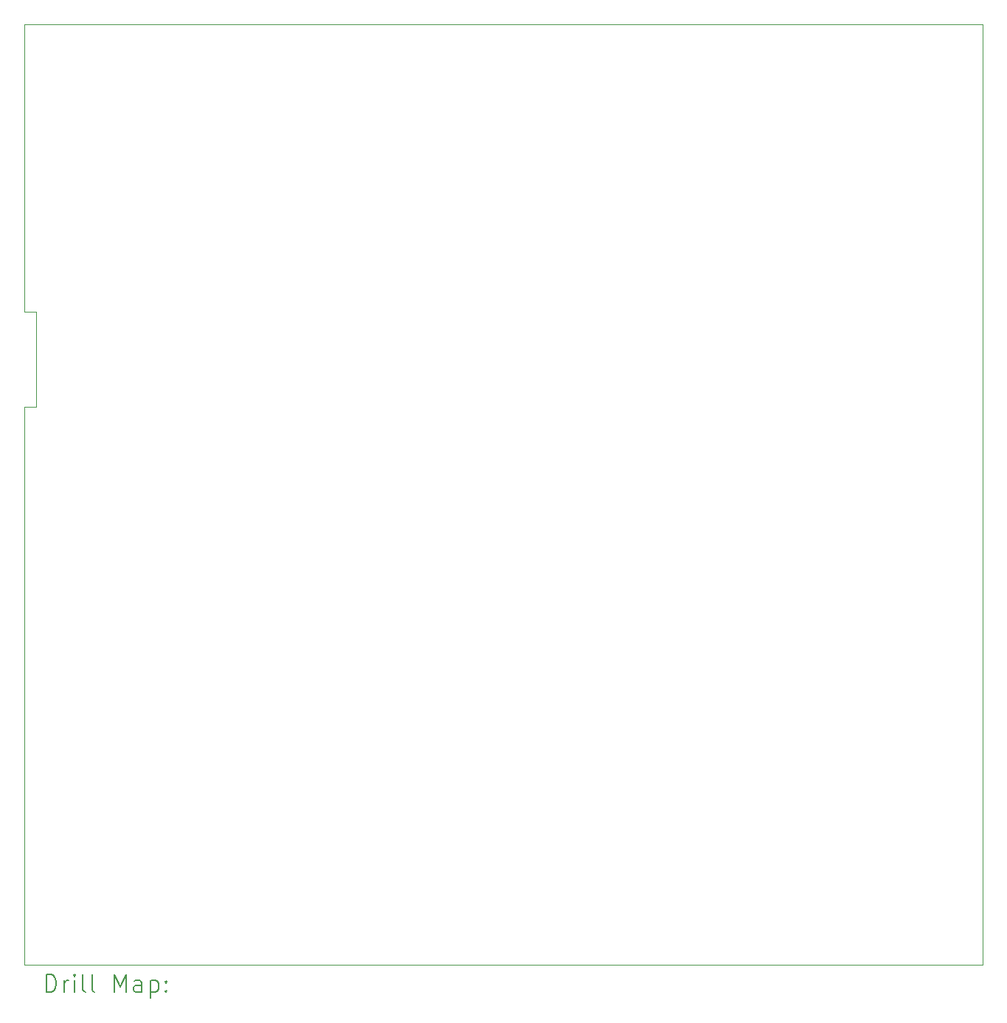
<source format=gbr>
%FSLAX45Y45*%
G04 Gerber Fmt 4.5, Leading zero omitted, Abs format (unit mm)*
G04 Created by KiCad (PCBNEW (6.0.0)) date 2022-04-06 23:59:08*
%MOMM*%
%LPD*%
G01*
G04 APERTURE LIST*
%TA.AperFunction,Profile*%
%ADD10C,0.100000*%
%TD*%
%ADD11C,0.200000*%
G04 APERTURE END LIST*
D10*
X14698420Y-15583440D02*
X14698420Y-4783440D01*
X3698980Y-9177020D02*
X3698420Y-15583440D01*
X14698420Y-15583440D02*
X3698420Y-15583440D01*
X14698420Y-4783440D02*
X3698420Y-4783440D01*
X3832860Y-8084820D02*
X3832860Y-9177020D01*
X3698980Y-8084820D02*
X3698420Y-4783440D01*
X3832860Y-9177020D02*
X3698980Y-9177020D01*
X3832860Y-8084820D02*
X3698980Y-8084820D01*
D11*
X3951039Y-15898916D02*
X3951039Y-15698916D01*
X3998658Y-15698916D01*
X4027229Y-15708440D01*
X4046277Y-15727488D01*
X4055801Y-15746535D01*
X4065325Y-15784630D01*
X4065325Y-15813202D01*
X4055801Y-15851297D01*
X4046277Y-15870345D01*
X4027229Y-15889392D01*
X3998658Y-15898916D01*
X3951039Y-15898916D01*
X4151039Y-15898916D02*
X4151039Y-15765583D01*
X4151039Y-15803678D02*
X4160563Y-15784630D01*
X4170087Y-15775107D01*
X4189134Y-15765583D01*
X4208182Y-15765583D01*
X4274849Y-15898916D02*
X4274849Y-15765583D01*
X4274849Y-15698916D02*
X4265325Y-15708440D01*
X4274849Y-15717964D01*
X4284372Y-15708440D01*
X4274849Y-15698916D01*
X4274849Y-15717964D01*
X4398658Y-15898916D02*
X4379610Y-15889392D01*
X4370087Y-15870345D01*
X4370087Y-15698916D01*
X4503420Y-15898916D02*
X4484372Y-15889392D01*
X4474849Y-15870345D01*
X4474849Y-15698916D01*
X4731991Y-15898916D02*
X4731991Y-15698916D01*
X4798658Y-15841773D01*
X4865325Y-15698916D01*
X4865325Y-15898916D01*
X5046277Y-15898916D02*
X5046277Y-15794154D01*
X5036753Y-15775107D01*
X5017706Y-15765583D01*
X4979610Y-15765583D01*
X4960563Y-15775107D01*
X5046277Y-15889392D02*
X5027230Y-15898916D01*
X4979610Y-15898916D01*
X4960563Y-15889392D01*
X4951039Y-15870345D01*
X4951039Y-15851297D01*
X4960563Y-15832249D01*
X4979610Y-15822726D01*
X5027230Y-15822726D01*
X5046277Y-15813202D01*
X5141515Y-15765583D02*
X5141515Y-15965583D01*
X5141515Y-15775107D02*
X5160563Y-15765583D01*
X5198658Y-15765583D01*
X5217706Y-15775107D01*
X5227230Y-15784630D01*
X5236753Y-15803678D01*
X5236753Y-15860821D01*
X5227230Y-15879868D01*
X5217706Y-15889392D01*
X5198658Y-15898916D01*
X5160563Y-15898916D01*
X5141515Y-15889392D01*
X5322468Y-15879868D02*
X5331991Y-15889392D01*
X5322468Y-15898916D01*
X5312944Y-15889392D01*
X5322468Y-15879868D01*
X5322468Y-15898916D01*
X5322468Y-15775107D02*
X5331991Y-15784630D01*
X5322468Y-15794154D01*
X5312944Y-15784630D01*
X5322468Y-15775107D01*
X5322468Y-15794154D01*
M02*

</source>
